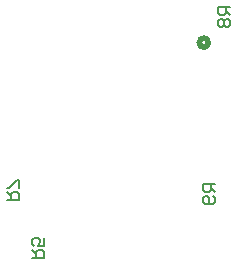
<source format=gbo>
G04*
G04 #@! TF.GenerationSoftware,Altium Limited,Altium Designer,25.8.1 (18)*
G04*
G04 Layer_Color=32896*
%FSLAX25Y25*%
%MOIN*%
G70*
G04*
G04 #@! TF.SameCoordinates,67F45A81-E337-433C-A550-62EA9ADE51A4*
G04*
G04*
G04 #@! TF.FilePolarity,Positive*
G04*
G01*
G75*
%ADD12C,0.02000*%
%ADD15C,0.00800*%
D12*
X254150Y238115D02*
G03*
X254150Y238115I-1500J0D01*
G01*
D15*
X256499Y190832D02*
X252501D01*
Y188833D01*
X253167Y188166D01*
X254500D01*
X255166Y188833D01*
Y190832D01*
Y189499D02*
X256499Y188166D01*
X255833Y186834D02*
X256499Y186167D01*
Y184834D01*
X255833Y184168D01*
X253167D01*
X252501Y184834D01*
Y186167D01*
X253167Y186834D01*
X253834D01*
X254500Y186167D01*
Y184168D01*
X195501Y166168D02*
X199499D01*
Y168167D01*
X198833Y168833D01*
X197500D01*
X196834Y168167D01*
Y166168D01*
Y167501D02*
X195501Y168833D01*
X199499Y172832D02*
Y170167D01*
X197500D01*
X198167Y171499D01*
Y172166D01*
X197500Y172832D01*
X196167D01*
X195501Y172166D01*
Y170833D01*
X196167Y170167D01*
X187001Y185668D02*
X190999D01*
Y187667D01*
X190333Y188333D01*
X189000D01*
X188333Y187667D01*
Y185668D01*
Y187001D02*
X187001Y188333D01*
X190999Y189666D02*
Y192332D01*
X190333D01*
X187667Y189666D01*
X187001D01*
X261499Y249832D02*
X257501D01*
Y247833D01*
X258167Y247166D01*
X259500D01*
X260166Y247833D01*
Y249832D01*
Y248499D02*
X261499Y247166D01*
X258167Y245833D02*
X257501Y245167D01*
Y243834D01*
X258167Y243168D01*
X258834D01*
X259500Y243834D01*
X260166Y243168D01*
X260833D01*
X261499Y243834D01*
Y245167D01*
X260833Y245833D01*
X260166D01*
X259500Y245167D01*
X258834Y245833D01*
X258167D01*
X259500Y245167D02*
Y243834D01*
M02*

</source>
